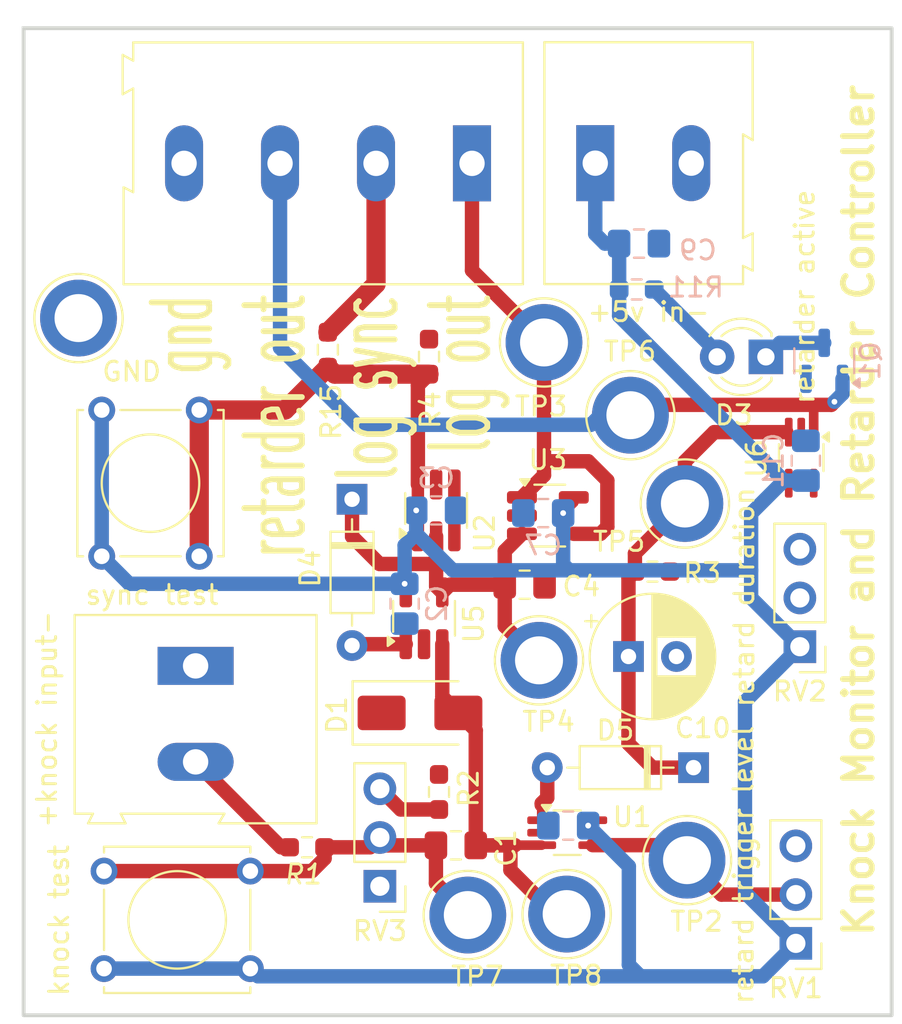
<source format=kicad_pcb>
(kicad_pcb (version 20240108) (generator "pcbnew") (generator_version "8.0")
  (layers (0 "F.Cu" signal) (31 "B.Cu" signal) (34 "B.Paste" user) (35 "F.Paste" user) (36 "B.SilkS" user "B.Silkscreen") (37 "F.SilkS" user "F.Silkscreen") (38 "B.Mask" user) (39 "F.Mask" user) (44 "Edge.Cuts" user))
  (net 0 "")
  (net 1 "GND")
  (net 2 "Net-(D4-K)")
  (net 3 "+5V")
  (net 4 "Net-(D5-K)")
  (net 5 "Net-(D1-A2)")
  (net 6 "Net-(D4-A)")
  (net 7 "Net-(D5-A)")
  (net 8 "Net-(D3-K)")
  (net 9 "Net-(R2-Pad1)")
  (net 10 "Net-(C1-Pad1)")
  (net 11 "Net-(U6-IN-)")
  (net 12 "Net-(D3-A)")
  (net 14 "Net-(U2-IN)")
  (net 15 "Net-(U1-IN-)")
  (net 16 "Net-(J1-Pin_2)")
  (net 17 "log_out")
  (net 18 "retarder_out")
  (net 19 "log_sync")
  (footprint "TerminalBlock:TerminalBlock_Altech_AK300-2_P5.00mm" (layer "F.Cu") (at 92.74 98.19 -90)
    (property "Reference" "J1" (hide yes))
    (property "Value" "+knock input-" (at 2.78 7.75 90) (layer "F.SilkS"))
    (pad "1" thru_hole rect (at 0 0 270) (size 1.98 3.96) (drill 1.32) (layers "*.Cu" "*.Mask") (net 1 "GND"))
    (pad "2" thru_hole oval (at 5 0 270) (size 1.98 3.96) (drill 1.32) (layers "*.Cu" "*.Mask") (net 16 "Net-(J1-Pin_2)"))
  )
  (footprint "Button_Switch_THT:SW_Tactile_Straight_KSA0Axx1LFTR" (layer "F.Cu") (at 87.85 92.48 90)
    (property "Reference" "SW2" (hide yes))
    (property "Value" "sync test" (at -2.01 2.62 0) (layer "F.SilkS"))
    (pad "1" thru_hole circle (at 0 0 90) (size 1.397 1.397) (drill 0.8128) (layers "*.Cu" "*.Mask") (net 3 "+5V"))
    (pad "1" thru_hole circle (at 7.62 0 90) (size 1.397 1.397) (drill 0.8128) (layers "*.Cu" "*.Mask") (net 3 "+5V"))
    (pad "2" thru_hole circle (at 0 5.08 90) (size 1.397 1.397) (drill 0.8128) (layers "*.Cu" "*.Mask") (net 14 "Net-(U2-IN)"))
    (pad "2" thru_hole circle (at 7.62 5.08 90) (size 1.397 1.397) (drill 0.8128) (layers "*.Cu" "*.Mask") (net 14 "Net-(U2-IN)"))
  )
  (footprint "Resistor_SMD:R_0603_1608Metric_Pad0.98x0.95mm_HandSolder" (layer "F.Cu") (at 105.42 104.7575 90)
    (property "Reference" "R2" (at 0.1875 1.54 270) (layer "F.SilkS"))
    (property "Value" "100k" (hide yes))
    (pad "1" smd roundrect (at -0.9125 0 90) (size 0.975 0.95) (layers "F.Cu" "F.Paste" "F.Mask") (net 9 "Net-(R2-Pad1)"))
    (pad "2" smd roundrect (at 0.9125 0 90) (size 0.975 0.95) (layers "F.Cu" "F.Paste" "F.Mask") (net 1 "GND"))
  )
  (footprint "Connector_PinHeader_2.54mm:PinHeader_1x03_P2.54mm_Vertical" (layer "F.Cu") (at 124.22 97.19 180)
    (property "Reference" "RV2" (at 0 -2.33 180) (layer "F.SilkS"))
    (property "Value" "retard duration" (at 2.9 2.58 -90) (layer "F.SilkS"))
    (pad "1" thru_hole rect (at 0 0 180) (size 1.7 1.7) (drill 1) (layers "*.Cu" "*.Mask") (net 3 "+5V"))
    (pad "2" thru_hole oval (at 0 2.54 180) (size 1.7 1.7) (drill 1) (layers "*.Cu" "*.Mask") (net 11 "Net-(U6-IN-)"))
    (pad "3" thru_hole oval (at 0 5.08 180) (size 1.7 1.7) (drill 1) (layers "*.Cu" "*.Mask") (net 1 "GND"))
  )
  (footprint "TerminalBlock:TerminalBlock_Altech_AK300-4_P5.00mm" (layer "F.Cu") (at 107.14 72.01 180)
    (property "Reference" "J7" (hide yes))
    (property "Value" "Conn_01x04")
    (pad "1" thru_hole rect (at 0 0 180) (size 1.98 3.96) (drill 1.32) (layers "*.Cu" "*.Mask") (net 17 "log_out"))
    (pad "2" thru_hole oval (at 5 0 180) (size 1.98 3.96) (drill 1.32) (layers "*.Cu" "*.Mask") (net 19 "log_sync"))
    (pad "3" thru_hole oval (at 10 0 180) (size 1.98 3.96) (drill 1.32) (layers "*.Cu" "*.Mask") (net 18 "retarder_out"))
    (pad "4" thru_hole oval (at 15 0 180) (size 1.98 3.96) (drill 1.32) (layers "*.Cu" "*.Mask") (net 1 "GND"))
  )
  (footprint "Package_TO_SOT_SMD:SOT-23-5_HandSoldering" (layer "F.Cu") (at 104.64 95.71 90)
    (property "Reference" "U5" (at -0.29 2.59 270) (layer "F.SilkS"))
    (property "Value" "AD8628")
    (pad "1" smd roundrect (at -1.35 -0.95 90) (size 1.56 0.65) (layers "F.Cu" "F.Paste" "F.Mask") (net 6 "Net-(D4-A)"))
    (pad "2" smd roundrect (at -1.35 0 90) (size 1.56 0.65) (layers "F.Cu" "F.Paste" "F.Mask") (net 1 "GND"))
    (pad "3" smd roundrect (at -1.35 0.95 90) (size 1.56 0.65) (layers "F.Cu" "F.Paste" "F.Mask") (net 5 "Net-(D1-A2)"))
    (pad "4" smd roundrect (at 1.35 0.95 90) (size 1.56 0.65) (layers "F.Cu" "F.Paste" "F.Mask") (net 2 "Net-(D4-K)"))
    (pad "5" smd roundrect (at 1.35 -0.95 90) (size 1.56 0.65) (layers "F.Cu" "F.Paste" "F.Mask") (net 3 "+5V"))
  )
  (footprint "Package_TO_SOT_SMD:SOT-353_SC-70-5_Handsoldering" (layer "F.Cu") (at 112.1 106.88)
    (property "Reference" "U1" (at 3.38 -0.82 360) (layer "F.SilkS"))
    (property "Value" "NCS2250" (hide yes))
    (pad "1" smd roundrect (at -1.33 -0.65) (size 1.5 0.4) (layers "F.Cu" "F.Paste" "F.Mask") (net 7 "Net-(D5-A)"))
    (pad "2" smd roundrect (at -1.33 0) (size 1.5 0.4) (layers "F.Cu" "F.Paste" "F.Mask") (net 1 "GND"))
    (pad "3" smd roundrect (at -1.33 0.65) (size 1.5 0.4) (layers "F.Cu" "F.Paste" "F.Mask") (net 5 "Net-(D1-A2)"))
    (pad "4" smd roundrect (at 1.33 0.65) (size 1.5 0.4) (layers "F.Cu" "F.Paste" "F.Mask") (net 15 "Net-(U1-IN-)"))
    (pad "5" smd roundrect (at 1.33 -0.65) (size 1.5 0.4) (layers "F.Cu" "F.Paste" "F.Mask") (net 3 "+5V"))
  )
  (footprint "TerminalBlock:TerminalBlock_Altech_AK300-2_P5.00mm" (layer "F.Cu") (at 113.56 72)
    (property "Reference" "J5" (hide yes))
    (property "Value" "+5v in-" (at 2.78 7.75 360) (layer "F.SilkS"))
    (pad "1" thru_hole rect (at 0 0) (size 1.98 3.96) (drill 1.32) (layers "*.Cu" "*.Mask") (net 3 "+5V"))
    (pad "2" thru_hole oval (at 5 0) (size 1.98 3.96) (drill 1.32) (layers "*.Cu" "*.Mask") (net 1 "GND"))
  )
  (footprint "TestPoint:TestPoint_Loop_D3.80mm_Drill2.5mm" (layer "F.Cu") (at 110.89 81.34 90)
    (property "Reference" "TP3" (at -3.33 -0.15 0) (layer "F.SilkS"))
    (property "Value" "datalogger output" (hide yes))
    (pad "1" thru_hole circle (at 0 0 90) (size 4 4) (drill 2.5) (layers "*.Cu" "*.Mask") (net 17 "log_out"))
  )
  (footprint "Diode_THT:D_DO-35_SOD27_P7.62mm_Horizontal" (layer "F.Cu") (at 100.89 89.51 -90)
    (property "Reference" "D4" (at 3.61 2.18 90) (layer "F.SilkS"))
    (property "Value" "1N4148")
    (pad "1" thru_hole rect (at 0 0 270) (size 1.6 1.6) (drill 0.8) (layers "*.Cu" "*.Mask") (net 2 "Net-(D4-K)"))
    (pad "2" thru_hole oval (at 7.62 0 270) (size 1.6 1.6) (drill 0.8) (layers "*.Cu" "*.Mask") (net 6 "Net-(D4-A)"))
  )
  (footprint "TestPoint:TestPoint_Loop_D3.80mm_Drill2.5mm" (layer "F.Cu") (at 106.92 111.17)
    (property "Reference" "TP7" (at 0.5 3.2 0) (layer "F.SilkS"))
    (property "Value" "~")
    (pad "1" thru_hole circle (at 0 0) (size 4 4) (drill 2.5) (layers "*.Cu" "*.Mask") (net 10 "Net-(C1-Pad1)"))
  )
  (footprint "Package_TO_SOT_SMD:SOT-23-5_HandSoldering" (layer "F.Cu") (at 111.09 90.36)
    (property "Reference" "U3" (at 0 -2.9 0) (layer "F.SilkS"))
    (property "Value" "AD8628" (hide yes))
    (pad "1" smd roundrect (at -1.35 -0.95) (size 1.56 0.65) (layers "F.Cu" "F.Paste" "F.Mask") (net 17 "log_out"))
    (pad "2" smd roundrect (at -1.35 0) (size 1.56 0.65) (layers "F.Cu" "F.Paste" "F.Mask") (net 1 "GND"))
    (pad "3" smd roundrect (at -1.35 0.95) (size 1.56 0.65) (layers "F.Cu" "F.Paste" "F.Mask") (net 2 "Net-(D4-K)"))
    (pad "4" smd roundrect (at 1.35 0.95) (size 1.56 0.65) (layers "F.Cu" "F.Paste" "F.Mask") (net 17 "log_out"))
    (pad "5" smd roundrect (at 1.35 -0.95) (size 1.56 0.65) (layers "F.Cu" "F.Paste" "F.Mask") (net 3 "+5V"))
  )
  (footprint "TestPoint:TestPoint_Loop_D3.80mm_Drill2.5mm" (layer "F.Cu") (at 115.39 85.13)
    (property "Reference" "TP6" (at -0.02 -3.32 360) (layer "F.SilkS"))
    (property "Value" "~")
    (pad "1" thru_hole circle (at 0 0) (size 4 4) (drill 2.5) (layers "*.Cu" "*.Mask") (net 18 "retarder_out"))
  )
  (footprint "Capacitor_SMD:C_0805_2012Metric_Pad1.18x1.45mm_HandSolder" (layer "F.Cu") (at 106.2975 107.54)
    (property "Reference" "C1" (at 2.61 0.14 90) (layer "F.SilkS"))
    (property "Value" "100nF" (hide yes))
    (pad "1" smd roundrect (at -1.0375 0) (size 1.175 1.45) (layers "F.Cu" "F.Paste" "F.Mask") (roundrect_rratio 0.212766) (net 10 "Net-(C1-Pad1)"))
    (pad "2" smd roundrect (at 1.0375 0) (size 1.175 1.45) (layers "F.Cu" "F.Paste" "F.Mask") (roundrect_rratio 0.212766) (net 5 "Net-(D1-A2)"))
  )
  (footprint "TestPoint:TestPoint_Loop_D3.80mm_Drill2.5mm" (layer "F.Cu") (at 112.07 111.12)
    (property "Reference" "TP8" (at 0.5 3.2 0) (layer "F.SilkS"))
    (property "Value" "~")
    (pad "1" thru_hole circle (at 0 0) (size 4 4) (drill 2.5) (layers "*.Cu" "*.Mask") (net 5 "Net-(D1-A2)"))
  )
  (footprint "Connector_PinHeader_2.54mm:PinHeader_1x03_P2.54mm_Vertical" (layer "F.Cu") (at 102.34 109.67 180)
    (property "Reference" "RV3" (at 0 -2.33 180) (layer "F.SilkS"))
    (property "Value" "input divider")
    (pad "1" thru_hole rect (at 0 0 180) (size 1.7 1.7) (drill 1) (layers "*.Cu" "*.Mask"))
    (pad "2" thru_hole oval (at 0 2.54 180) (size 1.7 1.7) (drill 1) (layers "*.Cu" "*.Mask") (net 10 "Net-(C1-Pad1)"))
    (pad "3" thru_hole oval (at 0 5.08 180) (size 1.7 1.7) (drill 1) (layers "*.Cu" "*.Mask") (net 9 "Net-(R2-Pad1)"))
  )
  (footprint "Diode_THT:D_DO-35_SOD27_P7.62mm_Horizontal" (layer "F.Cu") (at 118.68 103.49 180)
    (property "Reference" "D5" (at 4.07 1.94 180) (layer "F.SilkS"))
    (property "Value" "1N4148")
    (pad "1" thru_hole rect (at 0 0 180) (size 1.6 1.6) (drill 0.8) (layers "*.Cu" "*.Mask") (net 4 "Net-(D5-K)"))
    (pad "2" thru_hole oval (at 7.62 0 180) (size 1.6 1.6) (drill 0.8) (layers "*.Cu" "*.Mask") (net 7 "Net-(D5-A)"))
  )
  (footprint "Resistor_SMD:R_0603_1608Metric_Pad0.98x0.95mm_HandSolder" (layer "F.Cu") (at 104.9 82.08 -90)
    (property "Reference" "R4" (at 2.78 -0.07 90) (layer "F.SilkS"))
    (property "Value" "10k" (hide yes))
    (pad "1" smd roundrect (at -0.9125 0 270) (size 0.975 0.95) (layers "F.Cu" "F.Paste" "F.Mask") (net 1 "GND"))
    (pad "2" smd roundrect (at 0.9125 0 270) (size 0.975 0.95) (layers "F.Cu" "F.Paste" "F.Mask") (net 14 "Net-(U2-IN)"))
  )
  (footprint "TestPoint:TestPoint_Loop_D3.80mm_Drill2.5mm" (layer "F.Cu") (at 118.23 89.73 180)
    (property "Reference" "TP5" (at 3.43 -1.99 180) (layer "F.SilkS"))
    (property "Value" "~")
    (pad "1" thru_hole circle (at 0 0 180) (size 4 4) (drill 2.5) (layers "*.Cu" "*.Mask") (net 4 "Net-(D5-K)"))
  )
  (footprint "Button_Switch_THT:SW_Tactile_Straight_KSA0Axx1LFTR" (layer "F.Cu") (at 95.59 113.96 180)
    (property "Reference" "SW1" (hide yes))
    (property "Value" "knock test" (at 9.97 2.51 -90) (layer "F.SilkS"))
    (pad "1" thru_hole circle (at 0 0 180) (size 1.397 1.397) (drill 0.8128) (layers "*.Cu" "*.Mask") (net 3 "+5V"))
    (pad "1" thru_hole circle (at 7.62 0 180) (size 1.397 1.397) (drill 0.8128) (layers "*.Cu" "*.Mask") (net 3 "+5V"))
    (pad "2" thru_hole circle (at 0 5.08 180) (size 1.397 1.397) (drill 0.8128) (layers "*.Cu" "*.Mask") (net 10 "Net-(C1-Pad1)"))
    (pad "2" thru_hole circle (at 7.62 5.08 180) (size 1.397 1.397) (drill 0.8128) (layers "*.Cu" "*.Mask") (net 10 "Net-(C1-Pad1)"))
  )
  (footprint "Capacitor_SMD:C_0805_2012Metric_Pad1.18x1.45mm_HandSolder" (layer "F.Cu") (at 109.8825 93.96 180)
    (property "Reference" "C4" (at -2.95 -0.09 180) (layer "F.SilkS"))
    (property "Value" "100nF" (hide yes))
    (pad "1" smd roundrect (at -1.0375 0 180) (size 1.175 1.45) (layers "F.Cu" "F.Paste" "F.Mask") (roundrect_rratio 0.212766) (net 1 "GND"))
    (pad "2" smd roundrect (at 1.0375 0 180) (size 1.175 1.45) (layers "F.Cu" "F.Paste" "F.Mask") (roundrect_rratio 0.212766) (net 2 "Net-(D4-K)"))
  )
  (footprint "Resistor_SMD:R_0603_1608Metric_Pad0.98x0.95mm_HandSolder" (layer "F.Cu") (at 98.5475 107.64)
    (property "Reference" "R1" (at -0.2075 1.41 360) (layer "F.SilkS") (effects (font (thickness 0.15) (italic yes))))
    (property "Value" "2.7M" (hide yes))
    (pad "1" smd roundrect (at -0.9125 0) (size 0.975 0.95) (layers "F.Cu" "F.Paste" "F.Mask") (net 16 "Net-(J1-Pin_2)"))
    (pad "2" smd roundrect (at 0.9125 0) (size 0.975 0.95) (layers "F.Cu" "F.Paste" "F.Mask") (net 10 "Net-(C1-Pad1)"))
  )
  (footprint "TestPoint:TestPoint_Loop_D3.80mm_Drill2.5mm" (layer "F.Cu") (at 86.64 80.07)
    (property "Reference" "TP1" (hide yes))
    (property "Value" "GND" (at 2.77 2.79 0) (layer "F.SilkS"))
    (pad "1" thru_hole circle (at 0 0) (size 4 4) (drill 2.5) (layers "*.Cu" "*.Mask") (net 1 "GND"))
  )
  (footprint "TestPoint:TestPoint_Loop_D3.80mm_Drill2.5mm" (layer "F.Cu") (at 110.63 97.9)
    (property "Reference" "TP4" (at 0.5 3.2 0) (layer "F.SilkS"))
    (property "Value" "~" (hide yes))
    (pad "1" thru_hole circle (at 0 0) (size 4 4) (drill 2.5) (layers "*.Cu" "*.Mask") (net 2 "Net-(D4-K)"))
  )
  (footprint "Package_TO_SOT_SMD:SOT-353_SC-70-5_Handsoldering" (layer "F.Cu") (at 124.29 87.3425 -90)
    (property "Reference" "U6" (at 0.0375 2.33 90) (layer "F.SilkS"))
    (property "Value" "NCS2250" (hide yes))
    (pad "1" smd roundrect (at -1.33 -0.65 270) (size 1.5 0.4) (layers "F.Cu" "F.Paste" "F.Mask") (net 18 "retarder_out"))
    (pad "2" smd roundrect (at -1.33 0 270) (size 1.5 0.4) (layers "F.Cu" "F.Paste" "F.Mask") (net 1 "GND"))
    (pad "3" smd roundrect (at -1.33 0.65 270) (size 1.5 0.4) (layers "F.Cu" "F.Paste" "F.Mask") (net 4 "Net-(D5-K)"))
    (pad "4" smd roundrect (at 1.33 0.65 270) (size 1.5 0.4) (layers "F.Cu" "F.Paste" "F.Mask") (net 11 "Net-(U6-IN-)"))
    (pad "5" smd roundrect (at 1.33 -0.65 270) (size 1.5 0.4) (layers "F.Cu" "F.Paste" "F.Mask") (net 3 "+5V"))
  )
  (footprint "Resistor_SMD:R_0603_1608Metric_Pad0.98x0.95mm_HandSolder" (layer "F.Cu") (at 99.63 81.7175 -90)
    (property "Reference" "R15" (at 3.2425 -0.17 90) (layer "F.SilkS"))
    (property "Value" "100" (hide yes))
    (pad "1" smd roundrect (at -0.9125 0 270) (size 0.975 0.95) (layers "F.Cu" "F.Paste" "F.Mask") (net 19 "log_sync"))
    (pad "2" smd roundrect (at 0.9125 0 270) (size 0.975 0.95) (layers "F.Cu" "F.Paste" "F.Mask") (net 14 "Net-(U2-IN)"))
  )
  (footprint "LED_THT:LED_D3.0mm" (layer "F.Cu") (at 122.45 82.09 180)
    (property "Reference" "D3" (at 1.67 -3.04 180) (layer "F.SilkS"))
    (property "Value" "retarder active" (at -2.01 3.13 270) (layer "F.SilkS"))
    (pad "1" thru_hole rect (at 0 0 180) (size 1.8 1.8) (drill 0.9) (layers "*.Cu" "*.Mask") (net 8 "Net-(D3-K)"))
    (pad "2" thru_hole circle (at 2.54 0 180) (size 1.8 1.8) (drill 0.9) (layers "*.Cu" "*.Mask") (net 12 "Net-(D3-A)"))
  )
  (footprint "Connector_PinHeader_2.54mm:PinHeader_1x03_P2.54mm_Vertical" (layer "F.Cu") (at 124.01 112.645 180)
    (property "Reference" "RV1" (at 0 -2.33 180) (layer "F.SilkS"))
    (property "Value" "retard trigger level" (at 2.73 4.095 -90) (layer "F.SilkS"))
    (pad "1" thru_hole rect (at 0 0 180) (size 1.7 1.7) (drill 1) (layers "*.Cu" "*.Mask") (net 3 "+5V"))
    (pad "2" thru_hole oval (at 0 2.54 180) (size 1.7 1.7) (drill 1) (layers "*.Cu" "*.Mask") (net 15 "Net-(U1-IN-)"))
    (pad "3" thru_hole oval (at 0 5.08 180) (size 1.7 1.7) (drill 1) (layers "*.Cu" "*.Mask") (net 1 "GND"))
  )
  (footprint "Package_TO_SOT_SMD:SOT-23-6_Handsoldering" (layer "F.Cu") (at 105.27 90.09 90)
    (property "Reference" "U2" (at -1.19 2.53 270) (layer "F.SilkS"))
    (property "Value" "ADG601" (hide yes))
    (pad "1" smd roundrect (at -1.35 -0.95 90) (size 1.56 0.65) (layers "F.Cu" "F.Paste" "F.Mask") (net 3 "+5V"))
    (pad "2" smd roundrect (at -1.35 0 90) (size 1.56 0.65) (layers "F.Cu" "F.Paste" "F.Mask") (net 2 "Net-(D4-K)"))
    (pad "3" smd roundrect (at -1.35 0.95 90) (size 1.56 0.65) (layers "F.Cu" "F.Paste" "F.Mask") (net 1 "GND"))
    (pad "4" smd roundrect (at 1.35 0.95 90) (size 1.56 0.65) (layers "F.Cu" "F.Paste" "F.Mask") (net 1 "GND"))
    (pad "5" smd roundrect (at 1.35 0 90) (size 1.56 0.65) (layers "F.Cu" "F.Paste" "F.Mask") (net 1 "GND"))
    (pad "6" smd roundrect (at 1.35 -0.95 90) (size 1.56 0.65) (layers "F.Cu" "F.Paste" "F.Mask") (net 14 "Net-(U2-IN)"))
  )
  (footprint "Capacitor_THT:CP_Radial_D6.3mm_P2.50mm" (layer "F.Cu") (at 115.29 97.7)
    (property "Reference" "C10" (at 3.872379 3.73 180) (layer "F.SilkS"))
    (property "Value" "100uF" (hide yes))
    (pad "1" thru_hole rect (at 0 0) (size 1.6 1.6) (drill 0.8) (layers "*.Cu" "*.Mask") (net 4 "Net-(D5-K)"))
    (pad "2" thru_hole circle (at 2.5 0) (size 1.6 1.6) (drill 0.8) (layers "*.Cu" "*.Mask") (net 1 "GND"))
  )
  (footprint "Resistor_SMD:R_0603_1608Metric_Pad0.98x0.95mm_HandSolder" (layer "F.Cu") (at 116.54 93.28 180)
    (property "Reference" "R3" (at -2.5875 -0.0675 180) (layer "F.SilkS"))
    (property "Value" "500k" (hide yes))
    (pad "1" smd roundrect (at -0.9125 0 180) (size 0.975 0.95) (layers "F.Cu" "F.Paste" "F.Mask") (net 1 "GND"))
    (pad "2" smd roundrect (at 0.9125 0 180) (size 0.975 0.95) (layers "F.Cu" "F.Paste" "F.Mask") (net 4 "Net-(D5-K)"))
  )
  (footprint "TestPoint:TestPoint_Loop_D3.80mm_Drill2.5mm" (layer "F.Cu") (at 118.34 108.31)
    (property "Reference" "TP2" (at 0.5 3.2 360) (layer "F.SilkS"))
    (property "Value" "retard trigger level" (hide yes))
    (pad "1" thru_hole circle (at 0 0) (size 4 4) (drill 2.5) (layers "*.Cu" "*.Mask") (net 15 "Net-(U1-IN-)"))
  )
  (footprint "Diode_SMD:D_SMA" (layer "F.Cu") (at 104.43 100.64)
    (property "Reference" "D1" (at -4.33 0.11 90) (layer "F.SilkS"))
    (property "Value" "SMAJ5.0CA" (hide yes))
    (pad "1" smd roundrect (at -2 0) (size 2.5 1.8) (layers "F.Cu" "F.Paste" "F.Mask") (roundrect_rratio 0.1388888889) (net 1 "GND"))
    (pad "2" smd roundrect (at 2 0) (size 2.5 1.8) (layers "F.Cu" "F.Paste" "F.Mask") (roundrect_rratio 0.1388888889) (net 5 "Net-(D1-A2)"))
  )
  (footprint "Package_TO_SOT_SMD:SOT-23" (layer "B.Cu") (at 125.49 82.2975 90)
    (property "Reference" "Q1" (at 0 2.4 270) (layer "B.SilkS") (effects (justify mirror)))
    (property "Value" "AO3400A")
    (pad "1" smd roundrect (at -0.9375 0.95 90) (size 1.475 0.6) (layers "B.Cu" "B.Paste" "B.Mask") (net 18 "retarder_out"))
    (pad "2" smd roundrect (at -0.9375 -0.95 90) (size 1.475 0.6) (layers "B.Cu" "B.Paste" "B.Mask") (net 1 "GND"))
    (pad "3" smd roundrect (at 0.9375 0 90) (size 1.475 0.6) (layers "B.Cu" "B.Paste" "B.Mask") (net 8 "Net-(D3-K)"))
  )
  (footprint "Capacitor_SMD:C_0805_2012Metric_Pad1.18x1.45mm_HandSolder" (layer "B.Cu") (at 124.53 87.5 -90)
    (property "Reference" "C11" (at 0 1.68 90) (layer "B.SilkS") (effects (justify mirror)))
    (property "Value" "100nF" (hide yes))
    (pad "1" smd roundrect (at -1.0375 0 270) (size 1.175 1.45) (layers "B.Cu" "B.Paste" "B.Mask") (roundrect_rratio 0.212766) (net 1 "GND"))
    (pad "2" smd roundrect (at 1.0375 0 270) (size 1.175 1.45) (layers "B.Cu" "B.Paste" "B.Mask") (roundrect_rratio 0.212766) (net 3 "+5V"))
  )
  (footprint "Capacitor_SMD:C_0805_2012Metric_Pad1.18x1.45mm_HandSolder" (layer "B.Cu") (at 103.63 94.95 90)
    (property "Reference" "C2" (at 0 1.68 270) (layer "B.SilkS") (effects (justify mirror)))
    (property "Value" "100nF" (hide yes))
    (pad "1" smd roundrect (at -1.0375 0 90) (size 1.175 1.45) (layers "B.Cu" "B.Paste" "B.Mask") (roundrect_rratio 0.212766) (net 1 "GND"))
    (pad "2" smd roundrect (at 1.0375 0 90) (size 1.175 1.45) (layers "B.Cu" "B.Paste" "B.Mask") (roundrect_rratio 0.212766) (net 3 "+5V"))
  )
  (footprint "Capacitor_SMD:C_0805_2012Metric_Pad1.18x1.45mm_HandSolder" (layer "B.Cu") (at 115.84 76.19)
    (property "Reference" "C9" (at 3.07 0.35 360) (layer "B.SilkS") (effects (justify mirror)))
    (property "Value" "10uF" (hide yes))
    (pad "1" smd roundrect (at -1.0375 0) (size 1.175 1.45) (layers "B.Cu" "B.Paste" "B.Mask") (roundrect_rratio 0.212766) (net 3 "+5V"))
    (pad "2" smd roundrect (at 1.0375 0) (size 1.175 1.45) (layers "B.Cu" "B.Paste" "B.Mask") (roundrect_rratio 0.212766) (net 1 "GND"))
  )
  (footprint "Capacitor_SMD:C_0805_2012Metric_Pad1.18x1.45mm_HandSolder" (layer "B.Cu") (at 105.27 90.09 180)
    (property "Reference" "C3" (at 0 1.68 180) (layer "B.SilkS") (effects (justify mirror)))
    (property "Value" "100nF")
    (pad "1" smd roundrect (at -1.0375 0 180) (size 1.175 1.45) (layers "B.Cu" "B.Paste" "B.Mask") (roundrect_rratio 0.212766) (net 1 "GND"))
    (pad "2" smd roundrect (at 1.0375 0 180) (size 1.175 1.45) (layers "B.Cu" "B.Paste" "B.Mask") (roundrect_rratio 0.212766) (net 3 "+5V"))
  )
  (footprint "Capacitor_SMD:C_0805_2012Metric_Pad1.18x1.45mm_HandSolder" (layer "B.Cu") (at 112.1525 106.51)
    (property "Reference" "C5" (hide yes))
    (property "Value" "100nF" (hide yes))
    (pad "1" smd roundrect (at -1.0375 0) (size 1.175 1.45) (layers "B.Cu" "B.Paste" "B.Mask") (roundrect_rratio 0.212766) (net 1 "GND"))
    (pad "2" smd roundrect (at 1.0375 0) (size 1.175 1.45) (layers "B.Cu" "B.Paste" "B.Mask") (roundrect_rratio 0.212766) (net 3 "+5V"))
  )
  (footprint "Resistor_SMD:R_0603_1608Metric_Pad0.98x0.95mm_HandSolder" (layer "B.Cu") (at 115.7175 78.58 180)
    (property "Reference" "R11" (at -3.08 0.11 180) (layer "B.SilkS") (effects (justify mirror)))
    (property "Value" "300" (hide yes))
    (pad "1" smd roundrect (at -0.9125 0 180) (size 0.975 0.95) (layers "B.Cu" "B.Paste" "B.Mask") (net 12 "Net-(D3-A)"))
    (pad "2" smd roundrect (at 0.9125 0 180) (size 0.975 0.95) (layers "B.Cu" "B.Paste" "B.Mask") (net 3 "+5V"))
  )
  (footprint "Capacitor_SMD:C_0805_2012Metric_Pad1.18x1.45mm_HandSolder" (layer "B.Cu") (at 110.85 90.23)
    (property "Reference" "C7" (at 0 1.68 360) (layer "B.SilkS") (effects (justify mirror)))
    (property "Value" "100nF")
    (pad "1" smd roundrect (at -1.0375 0) (size 1.175 1.45) (layers "B.Cu" "B.Paste" "B.Mask") (roundrect_rratio 0.212766) (net 1 "GND"))
    (pad "2" smd roundrect (at 1.0375 0) (size 1.175 1.45) (layers "B.Cu" "B.Paste" "B.Mask") (roundrect_rratio 0.212766) (net 3 "+5V"))
  )
  (gr_rect (start 83.78 64.97) (end 129 116.39) (stroke (width 0.2)) (fill none) (layer "Edge.Cuts"))
  (gr_text "Knock Monitor and Retarder Controller" (at 128.16 112.43 90) (layer "F.SilkS") (effects (font (size 1.5 1.5) (thickness 0.3) (bold yes)) (justify left bottom)))
  (gr_text "gnd\nretarder out\nlog sync\nlog out" (at 108.32 78.7 90) (layer "F.SilkS") (effects (font (size 3 1.5) (thickness 0.3) (bold yes)) (justify right bottom)))
  (segment (start 102.32 92.88) (end 100.89 91.45) (width 0.75) (layer "F.Cu") (net 2))
  (segment (start 108.845 92.205) (end 108.845 93.96) (width 0.75) (layer "F.Cu") (net 2))
  (segment (start 105.27 92.88) (end 105.27 91.44) (width 0.75) (layer "F.Cu") (net 2))
  (segment (start 100.89 91.45) (end 100.89 89.51) (width 0.75) (layer "F.Cu") (net 2))
  (segment (start 108.845 93.96) (end 108.845 96.115) (width 0.75) (layer "F.Cu") (net 2))
  (segment (start 105.27 94.04) (end 105.27 92.88) (width 0.75) (layer "F.Cu") (net 2))
  (segment (start 105.27 92.88) (end 102.32 92.88) (width 0.75) (layer "F.Cu") (net 2))
  (segment (start 105.59 94.36) (end 105.27 94.04) (width 0.75) (layer "F.Cu") (net 2))
  (segment (start 108.845 93.96) (end 105.99 93.96) (width 0.75) (layer "F.Cu") (net 2))
  (segment (start 105.99 93.96) (end 105.59 94.36) (width 0.75) (layer "F.Cu") (net 2))
  (segment (start 109.74 91.31) (end 108.845 92.205) (width 0.75) (layer "F.Cu") (net 2))
  (segment (start 108.845 96.115) (end 110.63 97.9) (width 0.75) (layer "F.Cu") (net 2))
  (segment (start 103.69 94.36) (end 103.69 93.9725) (width 0.5) (layer "F.Cu") (net 3))
  (segment (start 113.43 106.27) (end 113.19 106.51) (width 0.5) (layer "F.Cu") (net 3))
  (segment (start 103.69 93.9725) (end 103.63 93.9125) (width 0.5) (layer "F.Cu") (net 3))
  (segment (start 104.32 90.1775) (end 104.2325 90.09) (width 0.5) (layer "F.Cu") (net 3))
  (segment (start 104.32 91.44) (end 104.32 90.1775) (width 0.5) (layer "F.Cu") (net 3))
  (segment (start 113.43 106.23) (end 113.43 106.27) (width 0.5) (layer "F.Cu") (net 3))
  (segment (start 112.44 89.41) (end 112.44 89.6775) (width 0.5) (layer "F.Cu") (net 3))
  (segment (start 112.44 89.6775) (end 111.8875 90.23) (width 0.5) (layer "F.Cu") (net 3))
  (via (at 111.8875 90.23) (size 0.6) (drill 0.3) (layers "F.Cu" "B.Cu") (net 3))
  (via (at 113.19 106.51) (size 0.6) (drill 0.3) (layers "F.Cu" "B.Cu") (net 3))
  (via (at 104.2325 90.09) (size 0.6) (drill 0.3) (layers "F.Cu" "B.Cu") (net 3))
  (via (at 103.63 93.9125) (size 0.6) (drill 0.3) (layers "F.Cu" "B.Cu") (net 3))
  (segment (start 121.68 93.21) (end 112.2 93.21) (width 0.75) (layer "B.Cu") (net 3))
  (segment (start 114.805 76.1925) (end 114.8025 76.19) (width 0.75) (layer "B.Cu") (net 3))
  (segment (start 87.85 84.86) (end 87.85 92.48) (width 0.75) (layer "B.Cu") (net 3))
  (segment (start 114.8025 76.19) (end 114.06 76.19) (width 0.75) (layer "B.Cu") (net 3))
  (segment (start 103.63 91.905) (end 104.2325 91.3025) (width 0.75) (layer "B.Cu") (net 3))
  (segment (start 111.8875 92.8975) (end 112.2 93.21) (width 0.75) (layer "B.Cu") (net 3))
  (segment (start 114.805 79.955) (end 123.3875 88.5375) (width 0.75) (layer "B.Cu") (net 3))
  (segment (start 123.3875 88.5375) (end 121.68 90.245) (width 0.75) (layer "B.Cu") (net 3))
  (segment (start 104.2325 91.3025) (end 104.2325 90.09) (width 0.75) (layer "B.Cu") (net 3))
  (segment (start 115.91 114.36) (end 122.295 114.36) (width 0.75) (layer "B.Cu") (net 3))
  (segment (start 114.805 78.58) (end 114.805 76.1925) (width 0.75) (layer "B.Cu") (net 3))
  (segment (start 115.31 113.76) (end 115.91 114.36) (width 0.75) (layer "B.Cu") (net 3))
  (segment (start 124.01 112.645) (end 121.36 109.995) (width 0.75) (layer "B.Cu") (net 3))
  (segment (start 89.2825 93.9125) (end 103.63 93.9125) (width 0.75) (layer "B.Cu") (net 3))
  (segment (start 112.2 93.21) (end 106.14 93.21) (width 0.75) (layer "B.Cu") (net 3))
  (segment (start 114.06 76.19) (end 113.56 75.69) (width 0.75) (layer "B.Cu") (net 3))
  (segment (start 106.14 93.21) (end 104.2325 91.3025) (width 0.75) (layer "B.Cu") (net 3))
  (segment (start 87.85 92.48) (end 89.2825 93.9125) (width 0.75) (layer "B.Cu") (net 3))
  (segment (start 103.63 93.9125) (end 103.63 91.905) (width 0.75) (layer "B.Cu") (net 3))
  (segment (start 115.31 108.63) (end 115.31 113.76) (width 0.75) (layer "B.Cu") (net 3))
  (segment (start 114.805 78.58) (end 114.805 79.955) (width 0.75) (layer "B.Cu") (net 3))
  (segment (start 111.8875 90.23) (end 111.8875 92.8975) (width 0.75) (layer "B.Cu") (net 3))
  (segment (start 121.68 90.245) (end 121.68 93.21) (width 0.75) (layer "B.Cu") (net 3))
  (segment (start 122.295 114.36) (end 124.01 112.645) (width 0.75) (layer "B.Cu") (net 3))
  (segment (start 121.69 94.66) (end 124.22 97.19) (width 0.75) (layer "B.Cu") (net 3))
  (segment (start 121.68 93.21) (end 121.68 94.66) (width 0.75) (layer "B.Cu") (net 3))
  (segment (start 123.3875 88.5375) (end 124.53 88.5375) (width 0.75) (layer "B.Cu") (net 3))
  (segment (start 121.36 109.995) (end 121.36 100.05) (width 0.75) (layer "B.Cu") (net 3))
  (segment (start 113.56 75.69) (end 113.56 72) (width 0.75) (layer "B.Cu") (net 3))
  (segment (start 113.19 106.51) (end 115.31 108.63) (width 0.75) (layer "B.Cu") (net 3))
  (segment (start 95.99 114.36) (end 115.91 114.36) (width 0.75) (layer "B.Cu") (net 3))
  (segment (start 121.36 100.05) (end 124.22 97.19) (width 0.75) (layer "B.Cu") (net 3))
  (segment (start 87.97 113.96) (end 95.59 113.96) (width 0.75) (layer "B.Cu") (net 3))
  (segment (start 95.59 113.96) (end 95.99 114.36) (width 0.75) (layer "B.Cu") (net 3))
  (segment (start 121.68 94.66) (end 121.69 94.66) (width 0.75) (layer "B.Cu") (net 3))
  (segment (start 116.54 103.49) (end 115.29 102.24) (width 0.75) (layer "F.Cu") (net 4))
  (segment (start 115.29 97.7) (end 115.29 93.6175) (width 0.75) (layer "F.Cu") (net 4))
  (segment (start 115.6275 93.28) (end 115.6275 92.3325) (width 0.75) (layer "F.Cu") (net 4))
  (segment (start 115.29 93.6175) (end 115.6275 93.28) (width 0.75) (layer "F.Cu") (net 4))
  (segment (start 118.23 89.73) (end 118.23 87.54) (width 0.75) (layer "F.Cu") (net 4))
  (segment (start 118.68 103.49) (end 116.54 103.49) (width 0.75) (layer "F.Cu") (net 4))
  (segment (start 119.7575 86.0125) (end 123.515 86.0125) (width 0.75) (layer "F.Cu") (net 4))
  (segment (start 115.29 102.24) (end 115.29 97.7) (width 0.75) (layer "F.Cu") (net 4))
  (segment (start 115.6275 92.3325) (end 118.23 89.73) (width 0.75) (layer "F.Cu") (net 4))
  (segment (start 118.23 87.54) (end 119.7575 86.0125) (width 0.75) (layer "F.Cu") (net 4))
  (segment (start 105.59 97.06) (end 105.59 99.8) (width 0.75) (layer "F.Cu") (net 5))
  (segment (start 109.14 107.54) (end 107.335 107.54) (width 0.75) (layer "F.Cu") (net 5))
  (segment (start 111.43 111.12) (end 112.07 111.12) (width 0.75) (layer "F.Cu") (net 5))
  (segment (start 107.335 107.54) (end 107.335 101.545) (width 0.75) (layer "F.Cu") (net 5))
  (segment (start 110.77 107.53) (end 109.38 107.53) (width 0.5) (layer "F.Cu") (net 5))
  (segment (start 105.59 99.8) (end 106.43 100.64) (width 0.75) (layer "F.Cu") (net 5))
  (segment (start 109.38 107.53) (end 109.15 107.53) (width 0.75) (layer "F.Cu") (net 5))
  (segment (start 109.15 107.53) (end 109.14 107.54) (width 0.75) (layer "F.Cu") (net 5))
  (segment (start 109.14 107.54) (end 109.14 108.83) (width 0.75) (layer "F.Cu") (net 5))
  (segment (start 107.335 101.545) (end 106.43 100.64) (width 0.75) (layer "F.Cu") (net 5))
  (segment (start 109.14 108.83) (end 111.43 111.12) (width 0.75) (layer "F.Cu") (net 5))
  (segment (start 100.96 97.06) (end 100.89 97.13) (width 0.75) (layer "F.Cu") (net 6))
  (segment (start 103.69 97.06) (end 100.96 97.06) (width 0.75) (layer "F.Cu") (net 6))
  (segment (start 110.77 106.23) (end 110.77 105.43) (width 0.5) (layer "F.Cu") (net 7))
  (segment (start 110.77 105.43) (end 110.77 105.35) (width 0.75) (layer "F.Cu") (net 7))
  (segment (start 110.77 105.35) (end 111.06 105.06) (width 0.75) (layer "F.Cu") (net 7))
  (segment (start 111.06 105.06) (end 111.06 103.49) (width 0.75) (layer "F.Cu") (net 7))
  (segment (start 125.49 81.36) (end 123.18 81.36) (width 0.75) (layer "B.Cu") (net 8))
  (segment (start 123.18 81.36) (end 122.45 82.09) (width 0.75) (layer "B.Cu") (net 8))
  (segment (start 105.42 105.67) (end 103.42 105.67) (width 0.75) (layer "F.Cu") (net 9))
  (segment (start 103.42 105.67) (end 102.34 104.59) (width 0.75) (layer "F.Cu") (net 9))
  (segment (start 95.59 108.88) (end 98.8 108.88) (width 0.75) (layer "F.Cu") (net 10))
  (segment (start 105.26 109.51) (end 106.92 111.17) (width 0.75) (layer "F.Cu") (net 10))
  (segment (start 99.46 108.22) (end 99.46 107.64) (width 0.75) (layer "F.Cu") (net 10))
  (segment (start 102.75 107.54) (end 102.34 107.13) (width 0.75) (layer "F.Cu") (net 10))
  (segment (start 105.26 107.54) (end 102.75 107.54) (width 0.75) (layer "F.Cu") (net 10))
  (segment (start 98.8 108.88) (end 99.46 108.22) (width 0.75) (layer "F.Cu") (net 10))
  (segment (start 87.97 108.88) (end 95.59 108.88) (width 0.75) (layer "F.Cu") (net 10))
  (segment (start 105.26 107.54) (end 105.26 109.51) (width 0.75) (layer "F.Cu") (net 10))
  (segment (start 101.83 107.64) (end 102.34 107.13) (width 0.75) (layer "F.Cu") (net 10))
  (segment (start 99.46 107.64) (end 101.83 107.64) (width 0.75) (layer "F.Cu") (net 10))
  (segment (start 119.91 82.09) (end 119.91 81.86) (width 0.75) (layer "B.Cu") (net 12))
  (segment (start 119.91 81.86) (end 116.63 78.58) (width 0.75) (layer "B.Cu") (net 12))
  (segment (start 92.93 84.86) (end 97.4 84.86) (width 1) (layer "F.Cu") (net 14))
  (segment (start 92.93 92.48) (end 92.93 84.86) (width 1) (layer "F.Cu") (net 14))
  (segment (start 104.32 88.74) (end 104.32 83.5725) (width 0.75) (layer "F.Cu") (net 14))
  (segment (start 99.63 82.63) (end 99.9925 82.9925) (width 1) (layer "F.Cu") (net 14))
  (segment (start 104.32 83.5725) (end 104.9 82.9925) (width 0.75) (layer "F.Cu") (net 14))
  (segment (start 97.4 84.86) (end 99.63 82.63) (width 1) (layer "F.Cu") (net 14))
  (segment (start 99.9925 82.9925) (end 104.9 82.9925) (width 1) (layer "F.Cu") (net 14))
  (segment (start 113.43 107.53) (end 117.56 107.53) (width 0.75) (layer "F.Cu") (net 15))
  (segment (start 117.56 107.53) (end 118.34 108.31) (width 0.75) (layer "F.Cu") (net 15))
  (segment (start 124.01 110.105) (end 120.135 110.105) (width 0.75) (layer "F.Cu") (net 15))
  (segment (start 120.135 110.105) (end 118.34 108.31) (width 0.75) (layer "F.Cu") (net 15))
  (segment (start 97.19 107.64) (end 92.74 103.19) (width 0.75) (layer "F.Cu") (net 16))
  (segment (start 97.635 107.64) (end 97.19 107.64) (width 0.75) (layer "F.Cu") (net 16))
  (segment (start 114.19 88.53) (end 113.19 87.53) (width 0.75) (layer "F.Cu") (net 17))
  (segment (start 109.74 89.41) (end 110.89 88.26) (width 0.75) (layer "F.Cu") (net 17))
  (segment (start 114.19 90.95) (end 114.19 88.53) (width 0.75) (layer "F.Cu") (net 17))
  (segment (start 110.89 81.34) (end 107.14 77.59) (width 0.75) (layer "F.Cu") (net 17))
  (segment (start 110.89 87.53) (end 110.89 81.34) (width 0.75) (layer "F.Cu") (net 17))
  (segment (start 113.83 91.31) (end 114.19 90.95) (width 0.75) (layer "F.Cu") (net 17))
  (segment (start 107.14 77.59) (end 107.14 72.01) (width 0.75) (layer "F.Cu") (net 17))
  (segment (start 112.44 91.31) (end 113.83 91.31) (width 0.75) (layer "F.Cu") (net 17))
  (segment (start 110.89 88.26) (end 110.89 87.53) (width 0.75) (layer "F.Cu") (net 17))
  (segment (start 113.19 87.53) (end 110.89 87.53) (width 0.75) (layer "F.Cu") (net 17))
  (segment (start 124.94 86.0125) (end 124.94 84.59) (width 0.5) (layer "F.Cu") (net 18))
  (segment (start 124.94 84.59) (end 115.93 84.59) (width 0.75) (layer "F.Cu") (net 18))
  (segment (start 115.93 84.59) (end 115.39 85.13) (width 0.75) (layer "F.Cu") (net 18))
  (segment (start 124.94 84.59) (end 125.860012 84.59) (width 0.75) (layer "F.Cu") (net 18))
  (segment (start 125.860012 84.59) (end 126.02 84.430012) (width 0.75) (layer "F.Cu") (net 18))
  (via (at 126.02 84.430012) (size 0.6) (drill 0.3) (layers "F.Cu" "B.Cu") (net 18))
  (segment (start 113.83 85.13) (end 113.33 85.63) (width 0.75) (layer "B.Cu") (net 18))
  (segment (start 97.14 81.62) (end 97.14 72.01) (width 0.75) (layer "B.Cu") (net 18))
  (segment (start 126.44 84.010012) (end 126.02 84.430012) (width 0.75) (layer "B.Cu") (net 18))
  (segment (start 126.44 83.235) (end 126.44 84.010012) (width 0.75) (layer "B.Cu") (net 18))
  (segment (start 101.15 85.63) (end 97.14 81.62) (width 0.75) (layer "B.Cu") (net 18))
  (segment (start 113.33 85.63) (end 101.15 85.63) (width 0.75) (layer "B.Cu") (net 18))
  (segment (start 115.39 85.13) (end 113.83 85.13) (width 0.75) (layer "B.Cu") (net 18))
  (segment (start 102.14 72.01) (end 102.14 78.295) (width 1) (layer "F.Cu") (net 19))
  (segment (start 102.14 78.295) (end 99.63 80.805) (width 1) (layer "F.Cu") (net 19))
)
</source>
